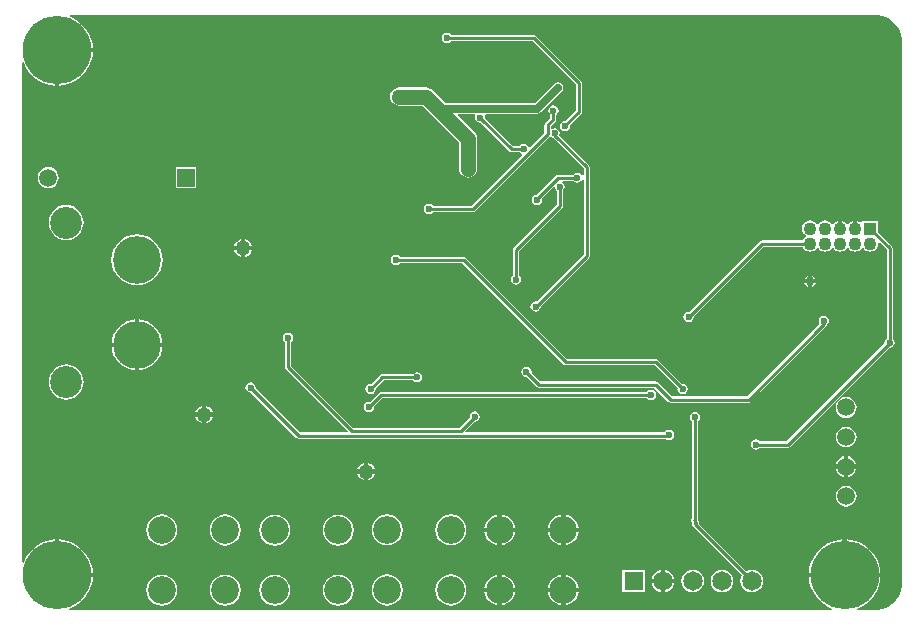
<source format=gbl>
G04*
G04 #@! TF.GenerationSoftware,Altium Limited,Altium Designer,20.1.11 (218)*
G04*
G04 Layer_Physical_Order=2*
G04 Layer_Color=16711680*
%FSLAX25Y25*%
%MOIN*%
G70*
G04*
G04 #@! TF.SameCoordinates,E6626CB0-0D60-4EC0-B616-354E29CAD756*
G04*
G04*
G04 #@! TF.FilePolarity,Positive*
G04*
G01*
G75*
%ADD78C,0.01000*%
%ADD79C,0.05000*%
%ADD81C,0.02500*%
%ADD95C,0.09272*%
%ADD96C,0.22835*%
%ADD97C,0.05906*%
%ADD98C,0.04331*%
%ADD99R,0.04331X0.04331*%
%ADD100R,0.06496X0.06496*%
%ADD101C,0.06496*%
%ADD102C,0.10630*%
%ADD103C,0.15945*%
%ADD104R,0.05906X0.05906*%
%ADD105C,0.02362*%
%ADD106C,0.03000*%
%ADD107C,0.05000*%
G36*
X287683Y198844D02*
X289356Y198151D01*
X290863Y197144D01*
X292144Y195863D01*
X293150Y194357D01*
X293844Y192683D01*
X294197Y190906D01*
Y190000D01*
Y10000D01*
Y9094D01*
X293844Y7317D01*
X293150Y5644D01*
X292144Y4137D01*
X290863Y2856D01*
X289356Y1850D01*
X287683Y1156D01*
X285906Y803D01*
X279208D01*
X279109Y1303D01*
X280427Y1849D01*
X282027Y2829D01*
X283453Y4047D01*
X284671Y5474D01*
X285651Y7073D01*
X286369Y8806D01*
X286807Y10630D01*
X286895Y11750D01*
X263105D01*
X263193Y10630D01*
X263631Y8806D01*
X264349Y7073D01*
X265329Y5474D01*
X266547Y4047D01*
X267973Y2829D01*
X269573Y1849D01*
X270891Y1303D01*
X270792Y803D01*
X16708D01*
X16609Y1303D01*
X17927Y1849D01*
X19526Y2829D01*
X20953Y4047D01*
X22171Y5474D01*
X23151Y7073D01*
X23869Y8806D01*
X24307Y10630D01*
X24395Y11750D01*
X12500D01*
Y12500D01*
X11750D01*
Y24395D01*
X10630Y24307D01*
X8806Y23869D01*
X7073Y23151D01*
X5474Y22171D01*
X4047Y20953D01*
X2829Y19526D01*
X1849Y17927D01*
X1303Y16609D01*
X803Y16708D01*
Y183292D01*
X1303Y183391D01*
X1849Y182073D01*
X2829Y180473D01*
X4047Y179047D01*
X5474Y177829D01*
X7073Y176849D01*
X8806Y176131D01*
X10630Y175693D01*
X11750Y175605D01*
Y187500D01*
X12500D01*
Y188250D01*
X24395D01*
X24307Y189370D01*
X23869Y191194D01*
X23151Y192927D01*
X22171Y194527D01*
X20953Y195953D01*
X19526Y197171D01*
X17927Y198151D01*
X16609Y198697D01*
X16708Y199197D01*
X285906D01*
X287683Y198844D01*
D02*
G37*
%LPC*%
G36*
X24395Y186750D02*
X13250D01*
Y175605D01*
X14370Y175693D01*
X16194Y176131D01*
X17927Y176849D01*
X19526Y177829D01*
X20953Y179047D01*
X22171Y180473D01*
X23151Y182073D01*
X23869Y183806D01*
X24307Y185630D01*
X24395Y186750D01*
D02*
G37*
G36*
X179500Y176784D02*
X178817Y176648D01*
X178238Y176262D01*
X171761Y169784D01*
X141995D01*
X141640Y170140D01*
X141640Y170140D01*
X137640Y174140D01*
X137013Y174620D01*
X136283Y174923D01*
X135500Y175026D01*
X126500D01*
X125717Y174923D01*
X124987Y174620D01*
X124360Y174140D01*
X123880Y173513D01*
X123577Y172783D01*
X123474Y172000D01*
X123577Y171217D01*
X123880Y170487D01*
X124360Y169860D01*
X124987Y169379D01*
X125717Y169077D01*
X126500Y168974D01*
X134247D01*
X137360Y165860D01*
X137360Y165860D01*
X146474Y156747D01*
Y148000D01*
X146577Y147217D01*
X146879Y146487D01*
X147360Y145860D01*
X147987Y145379D01*
X148717Y145077D01*
X149500Y144974D01*
X150283Y145077D01*
X151013Y145379D01*
X151640Y145860D01*
X152120Y146487D01*
X152423Y147217D01*
X152526Y148000D01*
Y158000D01*
X152526Y158000D01*
X152423Y158783D01*
X152120Y159513D01*
X151640Y160140D01*
X151640Y160140D01*
X146026Y165754D01*
X146217Y166216D01*
X151689D01*
X151956Y165716D01*
X151916Y165656D01*
X151786Y165000D01*
X151916Y164344D01*
X152288Y163788D01*
X152844Y163416D01*
X153500Y163286D01*
X153727Y163331D01*
X163279Y153779D01*
X163610Y153558D01*
X164000Y153480D01*
X166659D01*
X166788Y153288D01*
X167344Y152916D01*
X167420Y152901D01*
X167565Y152423D01*
X150662Y135520D01*
X137841D01*
X137712Y135712D01*
X137156Y136084D01*
X136500Y136214D01*
X135844Y136084D01*
X135288Y135712D01*
X134916Y135156D01*
X134786Y134500D01*
X134916Y133844D01*
X135288Y133288D01*
X135844Y132916D01*
X136500Y132786D01*
X137156Y132916D01*
X137712Y133288D01*
X137841Y133480D01*
X151084D01*
X151475Y133558D01*
X151805Y133779D01*
X176544Y158517D01*
X177101Y158526D01*
X177176Y158486D01*
X177714Y158126D01*
X177986Y158072D01*
X187980Y148078D01*
Y145775D01*
X187864Y145732D01*
X187480Y145692D01*
X187165Y146165D01*
X186609Y146536D01*
X185953Y146667D01*
X185297Y146536D01*
X184741Y146165D01*
X184612Y145972D01*
X179453D01*
X179063Y145895D01*
X178732Y145674D01*
X172215Y139157D01*
X171844Y139084D01*
X171288Y138712D01*
X170916Y138156D01*
X170786Y137500D01*
X170916Y136844D01*
X171288Y136288D01*
X171844Y135916D01*
X172500Y135786D01*
X173156Y135916D01*
X173712Y136288D01*
X174084Y136844D01*
X174214Y137500D01*
X174086Y138144D01*
X177804Y141862D01*
X178346Y141697D01*
X178416Y141344D01*
X178788Y140788D01*
X178980Y140659D01*
Y135922D01*
X164779Y121721D01*
X164558Y121390D01*
X164480Y121000D01*
Y112341D01*
X164288Y112212D01*
X163916Y111656D01*
X163786Y111000D01*
X163916Y110344D01*
X164288Y109788D01*
X164844Y109416D01*
X165500Y109286D01*
X166156Y109416D01*
X166712Y109788D01*
X167084Y110344D01*
X167214Y111000D01*
X167084Y111656D01*
X166712Y112212D01*
X166520Y112341D01*
Y120578D01*
X180768Y134826D01*
X180989Y135157D01*
X181067Y135547D01*
X181020Y135785D01*
Y140659D01*
X181212Y140788D01*
X181584Y141344D01*
X181714Y142000D01*
X181584Y142656D01*
X181212Y143212D01*
X180881Y143433D01*
X181033Y143933D01*
X184612D01*
X184741Y143741D01*
X185297Y143369D01*
X185953Y143239D01*
X186609Y143369D01*
X187165Y143741D01*
X187480Y144213D01*
X187864Y144174D01*
X187980Y144130D01*
Y119422D01*
X172227Y103669D01*
X172000Y103714D01*
X171344Y103584D01*
X170788Y103212D01*
X170416Y102656D01*
X170286Y102000D01*
X170416Y101344D01*
X170788Y100788D01*
X171344Y100416D01*
X172000Y100286D01*
X172656Y100416D01*
X173212Y100788D01*
X173584Y101344D01*
X173714Y102000D01*
X173669Y102227D01*
X189721Y118279D01*
X189942Y118610D01*
X190020Y119000D01*
Y148500D01*
X189942Y148890D01*
X189721Y149221D01*
X179927Y159014D01*
X179954Y159054D01*
X180084Y159710D01*
X179954Y160366D01*
X179582Y160922D01*
X179026Y161293D01*
X178370Y161424D01*
X177714Y161293D01*
X177499Y161150D01*
X176999Y161417D01*
Y162057D01*
X178648Y163706D01*
X178869Y164037D01*
X178947Y164427D01*
Y165998D01*
X179139Y166127D01*
X179511Y166683D01*
X179641Y167339D01*
X179511Y167994D01*
X179139Y168551D01*
X178583Y168922D01*
X177927Y169053D01*
X177271Y168922D01*
X176715Y168551D01*
X176344Y167994D01*
X176213Y167339D01*
X176344Y166683D01*
X176715Y166127D01*
X176908Y165998D01*
Y164849D01*
X175258Y163200D01*
X175037Y162869D01*
X174960Y162479D01*
Y159817D01*
X170077Y154935D01*
X169599Y155080D01*
X169584Y155156D01*
X169212Y155712D01*
X168656Y156084D01*
X168000Y156214D01*
X167344Y156084D01*
X166788Y155712D01*
X166659Y155520D01*
X164422D01*
X155169Y164773D01*
X155214Y165000D01*
X155084Y165656D01*
X155044Y165716D01*
X155311Y166216D01*
X172500D01*
X173183Y166351D01*
X173762Y166738D01*
X180762Y173738D01*
X181149Y174317D01*
X181284Y175000D01*
X181149Y175683D01*
X180762Y176262D01*
X180183Y176648D01*
X179500Y176784D01*
D02*
G37*
G36*
X142500Y193214D02*
X141844Y193084D01*
X141288Y192712D01*
X140916Y192156D01*
X140786Y191500D01*
X140916Y190844D01*
X141288Y190288D01*
X141844Y189916D01*
X142500Y189786D01*
X143156Y189916D01*
X143712Y190288D01*
X143841Y190480D01*
X171078D01*
X185480Y176078D01*
Y167422D01*
X181966Y163908D01*
X181845Y163932D01*
X181190Y163801D01*
X180633Y163430D01*
X180262Y162873D01*
X180131Y162218D01*
X180262Y161562D01*
X180633Y161006D01*
X181190Y160634D01*
X181845Y160503D01*
X182501Y160634D01*
X183057Y161006D01*
X183429Y161562D01*
X183559Y162218D01*
X183493Y162551D01*
X187221Y166279D01*
X187442Y166610D01*
X187520Y167000D01*
Y176500D01*
X187442Y176890D01*
X187221Y177221D01*
X172221Y192221D01*
X171890Y192442D01*
X171500Y192520D01*
X143841D01*
X143712Y192712D01*
X143156Y193084D01*
X142500Y193214D01*
D02*
G37*
G36*
X58886Y148453D02*
X51980D01*
Y141547D01*
X58886D01*
Y148453D01*
D02*
G37*
G36*
X9567Y148483D02*
X8666Y148364D01*
X7826Y148016D01*
X7104Y147462D01*
X6551Y146741D01*
X6203Y145901D01*
X6084Y145000D01*
X6203Y144099D01*
X6551Y143259D01*
X7104Y142537D01*
X7826Y141984D01*
X8666Y141636D01*
X9567Y141517D01*
X10468Y141636D01*
X11308Y141984D01*
X12030Y142537D01*
X12583Y143259D01*
X12931Y144099D01*
X13049Y145000D01*
X12931Y145901D01*
X12583Y146741D01*
X12030Y147462D01*
X11308Y148016D01*
X10468Y148364D01*
X9567Y148483D01*
D02*
G37*
G36*
X268500Y130688D02*
X267804Y130597D01*
X267156Y130328D01*
X266599Y129901D01*
X266300Y129511D01*
X266195Y129474D01*
X265805D01*
X265700Y129511D01*
X265401Y129901D01*
X264844Y130328D01*
X264196Y130597D01*
X263500Y130688D01*
X262804Y130597D01*
X262156Y130328D01*
X261599Y129901D01*
X261172Y129344D01*
X260903Y128696D01*
X260812Y128000D01*
X260903Y127304D01*
X261172Y126656D01*
X261599Y126099D01*
X261989Y125800D01*
X262026Y125695D01*
Y125305D01*
X261989Y125200D01*
X261599Y124901D01*
X261172Y124344D01*
X261037Y124020D01*
X247500D01*
X247110Y123942D01*
X246779Y123721D01*
X223227Y100169D01*
X223000Y100214D01*
X222344Y100084D01*
X221788Y99712D01*
X221416Y99156D01*
X221286Y98500D01*
X221416Y97844D01*
X221788Y97288D01*
X222344Y96916D01*
X223000Y96786D01*
X223656Y96916D01*
X224212Y97288D01*
X224584Y97844D01*
X224714Y98500D01*
X224669Y98727D01*
X247922Y121980D01*
X261037D01*
X261172Y121656D01*
X261599Y121099D01*
X262156Y120672D01*
X262804Y120403D01*
X263500Y120312D01*
X264196Y120403D01*
X264844Y120672D01*
X265401Y121099D01*
X265700Y121489D01*
X265805Y121526D01*
X266195D01*
X266300Y121489D01*
X266599Y121099D01*
X267156Y120672D01*
X267804Y120403D01*
X268500Y120312D01*
X269196Y120403D01*
X269844Y120672D01*
X270401Y121099D01*
X270700Y121489D01*
X270805Y121526D01*
X271195D01*
X271300Y121489D01*
X271599Y121099D01*
X272156Y120672D01*
X272804Y120403D01*
X273500Y120312D01*
X274196Y120403D01*
X274844Y120672D01*
X275401Y121099D01*
X275700Y121489D01*
X275805Y121526D01*
X276195D01*
X276300Y121489D01*
X276599Y121099D01*
X277156Y120672D01*
X277804Y120403D01*
X278500Y120312D01*
X279196Y120403D01*
X279844Y120672D01*
X280401Y121099D01*
X280700Y121489D01*
X280805Y121526D01*
X281195D01*
X281300Y121489D01*
X281599Y121099D01*
X282156Y120672D01*
X282804Y120403D01*
X283500Y120312D01*
X284196Y120403D01*
X284844Y120672D01*
X285401Y121099D01*
X285828Y121656D01*
X286097Y122304D01*
X286188Y123000D01*
X286164Y123187D01*
X286637Y123421D01*
X288980Y121078D01*
Y91341D01*
X288788Y91212D01*
X288416Y90656D01*
X288286Y90000D01*
X288331Y89773D01*
X255578Y57020D01*
X246841D01*
X246712Y57212D01*
X246156Y57584D01*
X245500Y57714D01*
X244844Y57584D01*
X244288Y57212D01*
X243916Y56656D01*
X243786Y56000D01*
X243916Y55344D01*
X244288Y54788D01*
X244844Y54416D01*
X245500Y54286D01*
X246156Y54416D01*
X246712Y54788D01*
X246841Y54980D01*
X256000D01*
X256390Y55058D01*
X256721Y55279D01*
X289773Y88331D01*
X290000Y88286D01*
X290656Y88416D01*
X291212Y88788D01*
X291584Y89344D01*
X291714Y90000D01*
X291584Y90656D01*
X291212Y91212D01*
X291020Y91341D01*
Y121500D01*
X290942Y121890D01*
X290721Y122221D01*
X286165Y126777D01*
Y130665D01*
X280835D01*
Y130157D01*
X280594Y130015D01*
X280335Y129952D01*
X279844Y130328D01*
X279250Y130574D01*
Y128000D01*
X277750D01*
Y130574D01*
X277156Y130328D01*
X276599Y129901D01*
X276300Y129511D01*
X276195Y129474D01*
X275805D01*
X275700Y129511D01*
X275401Y129901D01*
X274844Y130328D01*
X274250Y130574D01*
Y128000D01*
X272750D01*
Y130574D01*
X272156Y130328D01*
X271599Y129901D01*
X271300Y129511D01*
X271195Y129474D01*
X270805D01*
X270700Y129511D01*
X270401Y129901D01*
X269844Y130328D01*
X269196Y130597D01*
X268500Y130688D01*
D02*
G37*
G36*
X15500Y135843D02*
X14360Y135731D01*
X13264Y135398D01*
X12254Y134858D01*
X11368Y134132D01*
X10642Y133246D01*
X10102Y132236D01*
X9769Y131140D01*
X9657Y130000D01*
X9769Y128860D01*
X10102Y127764D01*
X10642Y126754D01*
X11368Y125868D01*
X12254Y125142D01*
X13264Y124602D01*
X14360Y124269D01*
X15500Y124157D01*
X16640Y124269D01*
X17736Y124602D01*
X18746Y125142D01*
X19632Y125868D01*
X20358Y126754D01*
X20898Y127764D01*
X21231Y128860D01*
X21343Y130000D01*
X21231Y131140D01*
X20898Y132236D01*
X20358Y133246D01*
X19632Y134132D01*
X18746Y134858D01*
X17736Y135398D01*
X16640Y135731D01*
X15500Y135843D01*
D02*
G37*
G36*
X75250Y124427D02*
Y122250D01*
X77427D01*
X77423Y122283D01*
X77121Y123013D01*
X76640Y123640D01*
X76013Y124120D01*
X75283Y124423D01*
X75250Y124427D01*
D02*
G37*
G36*
X73750D02*
X73717Y124423D01*
X72987Y124120D01*
X72360Y123640D01*
X71880Y123013D01*
X71577Y122283D01*
X71573Y122250D01*
X73750D01*
Y124427D01*
D02*
G37*
G36*
X77427Y120750D02*
X75250D01*
Y118573D01*
X75283Y118577D01*
X76013Y118879D01*
X76640Y119360D01*
X77121Y119987D01*
X77423Y120717D01*
X77427Y120750D01*
D02*
G37*
G36*
X73750D02*
X71573D01*
X71577Y120717D01*
X71880Y119987D01*
X72360Y119360D01*
X72987Y118879D01*
X73717Y118577D01*
X73750Y118573D01*
Y120750D01*
D02*
G37*
G36*
X264250Y112390D02*
Y111250D01*
X265390D01*
X265384Y111280D01*
X264942Y111942D01*
X264280Y112384D01*
X264250Y112390D01*
D02*
G37*
G36*
X262750D02*
X262720Y112384D01*
X262058Y111942D01*
X261616Y111280D01*
X261610Y111250D01*
X262750D01*
Y112390D01*
D02*
G37*
G36*
X39122Y126112D02*
X37461Y125948D01*
X35864Y125464D01*
X34392Y124677D01*
X33102Y123618D01*
X32043Y122328D01*
X31257Y120856D01*
X30772Y119259D01*
X30609Y117598D01*
X30772Y115937D01*
X31257Y114340D01*
X32043Y112869D01*
X33102Y111579D01*
X34392Y110520D01*
X35864Y109733D01*
X37461Y109249D01*
X39122Y109085D01*
X40783Y109249D01*
X42380Y109733D01*
X43852Y110520D01*
X45142Y111579D01*
X46201Y112869D01*
X46987Y114340D01*
X47472Y115937D01*
X47635Y117598D01*
X47472Y119259D01*
X46987Y120856D01*
X46201Y122328D01*
X45142Y123618D01*
X43852Y124677D01*
X42380Y125464D01*
X40783Y125948D01*
X39122Y126112D01*
D02*
G37*
G36*
X265390Y109750D02*
X264250D01*
Y108610D01*
X264280Y108616D01*
X264942Y109058D01*
X265384Y109720D01*
X265390Y109750D01*
D02*
G37*
G36*
X262750D02*
X261610D01*
X261616Y109720D01*
X262058Y109058D01*
X262720Y108616D01*
X262750Y108610D01*
Y109750D01*
D02*
G37*
G36*
X39872Y97692D02*
Y90002D01*
X47562D01*
X47472Y90913D01*
X46987Y92510D01*
X46201Y93982D01*
X45142Y95272D01*
X43852Y96331D01*
X42380Y97117D01*
X40783Y97602D01*
X39872Y97692D01*
D02*
G37*
G36*
X38372D02*
X37461Y97602D01*
X35864Y97117D01*
X34392Y96331D01*
X33102Y95272D01*
X32043Y93982D01*
X31257Y92510D01*
X30772Y90913D01*
X30683Y90002D01*
X38372D01*
Y97692D01*
D02*
G37*
G36*
Y88502D02*
X30683D01*
X30772Y87591D01*
X31257Y85994D01*
X32043Y84522D01*
X33102Y83232D01*
X34392Y82173D01*
X35864Y81387D01*
X37461Y80902D01*
X38372Y80812D01*
Y88502D01*
D02*
G37*
G36*
X47562D02*
X39872D01*
Y80812D01*
X40783Y80902D01*
X42380Y81387D01*
X43852Y82173D01*
X45142Y83232D01*
X46201Y84522D01*
X46987Y85994D01*
X47472Y87591D01*
X47562Y88502D01*
D02*
G37*
G36*
X132579Y80135D02*
X131923Y80005D01*
X131367Y79633D01*
X131238Y79441D01*
X120921D01*
X120531Y79363D01*
X120200Y79142D01*
X117227Y76169D01*
X117000Y76214D01*
X116344Y76084D01*
X115788Y75712D01*
X115416Y75156D01*
X115286Y74500D01*
X115416Y73844D01*
X115788Y73288D01*
X116344Y72916D01*
X117000Y72786D01*
X117656Y72916D01*
X118212Y73288D01*
X118584Y73844D01*
X118714Y74500D01*
X118669Y74727D01*
X121344Y77402D01*
X131238D01*
X131367Y77209D01*
X131923Y76838D01*
X132579Y76707D01*
X133235Y76838D01*
X133791Y77209D01*
X134162Y77765D01*
X134293Y78421D01*
X134162Y79077D01*
X133791Y79633D01*
X133235Y80005D01*
X132579Y80135D01*
D02*
G37*
G36*
X125500Y119214D02*
X124844Y119084D01*
X124288Y118712D01*
X123916Y118156D01*
X123786Y117500D01*
X123916Y116844D01*
X124288Y116288D01*
X124844Y115916D01*
X125500Y115786D01*
X126156Y115916D01*
X126712Y116288D01*
X126841Y116480D01*
X147578D01*
X181279Y82779D01*
X181610Y82558D01*
X182000Y82480D01*
X211578D01*
X219331Y74727D01*
X219286Y74500D01*
X219416Y73844D01*
X219788Y73288D01*
X220344Y72916D01*
X221000Y72786D01*
X221656Y72916D01*
X222212Y73288D01*
X222584Y73844D01*
X222714Y74500D01*
X222584Y75156D01*
X222212Y75712D01*
X221656Y76084D01*
X221000Y76214D01*
X220773Y76169D01*
X212721Y84221D01*
X212390Y84442D01*
X212000Y84520D01*
X182422D01*
X148721Y118221D01*
X148390Y118442D01*
X148000Y118520D01*
X126841D01*
X126712Y118712D01*
X126156Y119084D01*
X125500Y119214D01*
D02*
G37*
G36*
X268062Y98979D02*
X267407Y98849D01*
X266850Y98477D01*
X266479Y97921D01*
X266349Y97265D01*
X266479Y96609D01*
X266755Y96197D01*
X242578Y72020D01*
X217422D01*
X212721Y76721D01*
X212390Y76942D01*
X212000Y77020D01*
X173582D01*
X170596Y80005D01*
X170641Y80232D01*
X170511Y80888D01*
X170139Y81444D01*
X169583Y81816D01*
X168927Y81946D01*
X168271Y81816D01*
X167715Y81444D01*
X167344Y80888D01*
X167213Y80232D01*
X167344Y79576D01*
X167715Y79020D01*
X168271Y78649D01*
X168927Y78518D01*
X169154Y78563D01*
X172439Y75279D01*
X172769Y75058D01*
X173160Y74980D01*
X211578D01*
X216279Y70279D01*
X216610Y70058D01*
X217000Y69980D01*
X243000D01*
X243390Y70058D01*
X243721Y70279D01*
X268783Y95341D01*
X269005Y95672D01*
X269051Y95904D01*
X269274Y96053D01*
X269646Y96609D01*
X269777Y97265D01*
X269646Y97921D01*
X269274Y98477D01*
X268718Y98849D01*
X268062Y98979D01*
D02*
G37*
G36*
X15500Y82693D02*
X14360Y82581D01*
X13264Y82249D01*
X12254Y81709D01*
X11368Y80982D01*
X10642Y80097D01*
X10102Y79087D01*
X9769Y77990D01*
X9657Y76850D01*
X9769Y75710D01*
X10102Y74614D01*
X10642Y73604D01*
X11368Y72719D01*
X12254Y71992D01*
X13264Y71452D01*
X14360Y71120D01*
X15500Y71007D01*
X16640Y71120D01*
X17736Y71452D01*
X18746Y71992D01*
X19632Y72719D01*
X20358Y73604D01*
X20898Y74614D01*
X21231Y75710D01*
X21343Y76850D01*
X21231Y77990D01*
X20898Y79087D01*
X20358Y80097D01*
X19632Y80982D01*
X18746Y81709D01*
X17736Y82249D01*
X16640Y82581D01*
X15500Y82693D01*
D02*
G37*
G36*
X210500Y74214D02*
X209844Y74084D01*
X209288Y73712D01*
X209159Y73520D01*
X120500D01*
X120110Y73442D01*
X119779Y73221D01*
X116727Y70169D01*
X116500Y70214D01*
X115844Y70084D01*
X115288Y69712D01*
X114916Y69156D01*
X114786Y68500D01*
X114916Y67844D01*
X115288Y67288D01*
X115844Y66916D01*
X116500Y66786D01*
X117156Y66916D01*
X117712Y67288D01*
X118084Y67844D01*
X118214Y68500D01*
X118169Y68727D01*
X120922Y71480D01*
X209159D01*
X209288Y71288D01*
X209844Y70916D01*
X210500Y70786D01*
X211156Y70916D01*
X211712Y71288D01*
X212084Y71844D01*
X212214Y72500D01*
X212084Y73156D01*
X211712Y73712D01*
X211156Y74084D01*
X210500Y74214D01*
D02*
G37*
G36*
X62250Y68927D02*
Y66750D01*
X64427D01*
X64423Y66783D01*
X64121Y67513D01*
X63640Y68140D01*
X63013Y68621D01*
X62283Y68923D01*
X62250Y68927D01*
D02*
G37*
G36*
X60750D02*
X60717Y68923D01*
X59987Y68621D01*
X59360Y68140D01*
X58880Y67513D01*
X58577Y66783D01*
X58573Y66750D01*
X60750D01*
Y68927D01*
D02*
G37*
G36*
X275500Y71825D02*
X274599Y71706D01*
X273759Y71359D01*
X273038Y70805D01*
X272484Y70084D01*
X272136Y69244D01*
X272018Y68343D01*
X272136Y67441D01*
X272484Y66601D01*
X273038Y65880D01*
X273759Y65326D01*
X274599Y64979D01*
X275500Y64860D01*
X276401Y64979D01*
X277241Y65326D01*
X277962Y65880D01*
X278516Y66601D01*
X278864Y67441D01*
X278982Y68343D01*
X278864Y69244D01*
X278516Y70084D01*
X277962Y70805D01*
X277241Y71359D01*
X276401Y71706D01*
X275500Y71825D01*
D02*
G37*
G36*
X64427Y65250D02*
X62250D01*
Y63073D01*
X62283Y63077D01*
X63013Y63380D01*
X63640Y63860D01*
X64121Y64487D01*
X64423Y65217D01*
X64427Y65250D01*
D02*
G37*
G36*
X60750D02*
X58573D01*
X58577Y65217D01*
X58880Y64487D01*
X59360Y63860D01*
X59987Y63380D01*
X60717Y63077D01*
X60750Y63073D01*
Y65250D01*
D02*
G37*
G36*
X89500Y93214D02*
X88844Y93084D01*
X88288Y92712D01*
X87916Y92156D01*
X87786Y91500D01*
X87916Y90844D01*
X88288Y90288D01*
X88480Y90159D01*
Y81833D01*
X88558Y81443D01*
X88779Y81112D01*
X109410Y60482D01*
X109219Y60020D01*
X93422D01*
X78669Y74773D01*
X78714Y75000D01*
X78584Y75656D01*
X78212Y76212D01*
X77656Y76584D01*
X77000Y76714D01*
X76344Y76584D01*
X75788Y76212D01*
X75416Y75656D01*
X75286Y75000D01*
X75416Y74344D01*
X75788Y73788D01*
X76344Y73416D01*
X77000Y73286D01*
X77227Y73331D01*
X92279Y58279D01*
X92610Y58058D01*
X93000Y57980D01*
X215300D01*
X215841Y57620D01*
X216496Y57489D01*
X217152Y57620D01*
X217708Y57991D01*
X218080Y58547D01*
X218211Y59203D01*
X218080Y59859D01*
X217708Y60415D01*
X217152Y60787D01*
X216496Y60917D01*
X215841Y60787D01*
X215284Y60415D01*
X215020Y60020D01*
X148515D01*
X148324Y60482D01*
X151473Y63631D01*
X151700Y63586D01*
X152356Y63716D01*
X152912Y64088D01*
X153284Y64644D01*
X153414Y65300D01*
X153284Y65956D01*
X152912Y66512D01*
X152356Y66884D01*
X151700Y67014D01*
X151044Y66884D01*
X150488Y66512D01*
X150116Y65956D01*
X149986Y65300D01*
X150031Y65073D01*
X146552Y61593D01*
X111182D01*
X90520Y82256D01*
Y90159D01*
X90712Y90288D01*
X91084Y90844D01*
X91214Y91500D01*
X91084Y92156D01*
X90712Y92712D01*
X90156Y93084D01*
X89500Y93214D01*
D02*
G37*
G36*
X275500Y61983D02*
X274599Y61864D01*
X273759Y61516D01*
X273038Y60962D01*
X272484Y60241D01*
X272136Y59401D01*
X272018Y58500D01*
X272136Y57599D01*
X272484Y56759D01*
X273038Y56037D01*
X273759Y55484D01*
X274599Y55136D01*
X275500Y55018D01*
X276401Y55136D01*
X277241Y55484D01*
X277962Y56037D01*
X278516Y56759D01*
X278864Y57599D01*
X278982Y58500D01*
X278864Y59401D01*
X278516Y60241D01*
X277962Y60962D01*
X277241Y61516D01*
X276401Y61864D01*
X275500Y61983D01*
D02*
G37*
G36*
X276250Y52041D02*
Y49408D01*
X278884D01*
X278864Y49559D01*
X278516Y50399D01*
X277962Y51120D01*
X277241Y51674D01*
X276401Y52021D01*
X276250Y52041D01*
D02*
G37*
G36*
X274750D02*
X274599Y52021D01*
X273759Y51674D01*
X273038Y51120D01*
X272484Y50399D01*
X272136Y49559D01*
X272116Y49408D01*
X274750D01*
Y52041D01*
D02*
G37*
G36*
X116250Y49927D02*
Y47750D01*
X118427D01*
X118423Y47783D01*
X118121Y48513D01*
X117640Y49140D01*
X117013Y49621D01*
X116283Y49923D01*
X116250Y49927D01*
D02*
G37*
G36*
X114750D02*
X114717Y49923D01*
X113987Y49621D01*
X113360Y49140D01*
X112880Y48513D01*
X112577Y47783D01*
X112573Y47750D01*
X114750D01*
Y49927D01*
D02*
G37*
G36*
X278884Y47908D02*
X276250D01*
Y45274D01*
X276401Y45294D01*
X277241Y45641D01*
X277962Y46195D01*
X278516Y46916D01*
X278864Y47756D01*
X278884Y47908D01*
D02*
G37*
G36*
X274750D02*
X272116D01*
X272136Y47756D01*
X272484Y46916D01*
X273038Y46195D01*
X273759Y45641D01*
X274599Y45294D01*
X274750Y45274D01*
Y47908D01*
D02*
G37*
G36*
X118427Y46250D02*
X116250D01*
Y44073D01*
X116283Y44077D01*
X117013Y44379D01*
X117640Y44860D01*
X118121Y45487D01*
X118423Y46217D01*
X118427Y46250D01*
D02*
G37*
G36*
X114750D02*
X112573D01*
X112577Y46217D01*
X112880Y45487D01*
X113360Y44860D01*
X113987Y44379D01*
X114717Y44077D01*
X114750Y44073D01*
Y46250D01*
D02*
G37*
G36*
X275500Y42298D02*
X274599Y42179D01*
X273759Y41831D01*
X273038Y41278D01*
X272484Y40556D01*
X272136Y39716D01*
X272018Y38815D01*
X272136Y37914D01*
X272484Y37074D01*
X273038Y36352D01*
X273759Y35799D01*
X274599Y35451D01*
X275500Y35332D01*
X276401Y35451D01*
X277241Y35799D01*
X277962Y36352D01*
X278516Y37074D01*
X278864Y37914D01*
X278982Y38815D01*
X278864Y39716D01*
X278516Y40556D01*
X277962Y41278D01*
X277241Y41831D01*
X276401Y42179D01*
X275500Y42298D01*
D02*
G37*
G36*
X182010Y32660D02*
Y28329D01*
X186341D01*
X186264Y28920D01*
X185746Y30169D01*
X184923Y31242D01*
X183850Y32065D01*
X182601Y32582D01*
X182010Y32660D01*
D02*
G37*
G36*
X180510D02*
X179919Y32582D01*
X178670Y32065D01*
X177597Y31242D01*
X176774Y30169D01*
X176256Y28920D01*
X176178Y28329D01*
X180510D01*
Y32660D01*
D02*
G37*
G36*
X160750D02*
Y28329D01*
X165081D01*
X165004Y28920D01*
X164486Y30169D01*
X163663Y31242D01*
X162590Y32065D01*
X161341Y32582D01*
X160750Y32660D01*
D02*
G37*
G36*
X159250D02*
X158659Y32582D01*
X157410Y32065D01*
X156337Y31242D01*
X155514Y30169D01*
X154996Y28920D01*
X154919Y28329D01*
X159250D01*
Y32660D01*
D02*
G37*
G36*
X186341Y26829D02*
X182010D01*
Y22497D01*
X182601Y22575D01*
X183850Y23093D01*
X184923Y23916D01*
X185746Y24989D01*
X186264Y26238D01*
X186341Y26829D01*
D02*
G37*
G36*
X180510D02*
X176178D01*
X176256Y26238D01*
X176774Y24989D01*
X177597Y23916D01*
X178670Y23093D01*
X179919Y22575D01*
X180510Y22497D01*
Y26829D01*
D02*
G37*
G36*
X165081D02*
X160750D01*
Y22497D01*
X161341Y22575D01*
X162590Y23093D01*
X163663Y23916D01*
X164486Y24989D01*
X165004Y26238D01*
X165081Y26829D01*
D02*
G37*
G36*
X159250D02*
X154919D01*
X154996Y26238D01*
X155514Y24989D01*
X156337Y23916D01*
X157410Y23093D01*
X158659Y22575D01*
X159250Y22497D01*
Y26829D01*
D02*
G37*
G36*
X143760Y32759D02*
X142419Y32582D01*
X141170Y32065D01*
X140097Y31242D01*
X139274Y30169D01*
X138756Y28920D01*
X138580Y27579D01*
X138756Y26238D01*
X139274Y24989D01*
X140097Y23916D01*
X141170Y23093D01*
X142419Y22575D01*
X143760Y22399D01*
X145101Y22575D01*
X146350Y23093D01*
X147423Y23916D01*
X148246Y24989D01*
X148764Y26238D01*
X148940Y27579D01*
X148764Y28920D01*
X148246Y30169D01*
X147423Y31242D01*
X146350Y32065D01*
X145101Y32582D01*
X143760Y32759D01*
D02*
G37*
G36*
X122500D02*
X121159Y32582D01*
X119910Y32065D01*
X118837Y31242D01*
X118014Y30169D01*
X117496Y28920D01*
X117320Y27579D01*
X117496Y26238D01*
X118014Y24989D01*
X118837Y23916D01*
X119910Y23093D01*
X121159Y22575D01*
X122500Y22399D01*
X123841Y22575D01*
X125090Y23093D01*
X126163Y23916D01*
X126986Y24989D01*
X127504Y26238D01*
X127680Y27579D01*
X127504Y28920D01*
X126986Y30169D01*
X126163Y31242D01*
X125090Y32065D01*
X123841Y32582D01*
X122500Y32759D01*
D02*
G37*
G36*
X68610Y32680D02*
X67269Y32504D01*
X66020Y31986D01*
X64947Y31163D01*
X64124Y30090D01*
X63606Y28841D01*
X63430Y27500D01*
X63606Y26159D01*
X64124Y24910D01*
X64947Y23837D01*
X66020Y23014D01*
X67269Y22496D01*
X68610Y22320D01*
X69951Y22496D01*
X71200Y23014D01*
X72273Y23837D01*
X73096Y24910D01*
X73614Y26159D01*
X73790Y27500D01*
X73614Y28841D01*
X73096Y30090D01*
X72273Y31163D01*
X71200Y31986D01*
X69951Y32504D01*
X68610Y32680D01*
D02*
G37*
G36*
X47350D02*
X46009Y32504D01*
X44760Y31986D01*
X43687Y31163D01*
X42864Y30090D01*
X42346Y28841D01*
X42170Y27500D01*
X42346Y26159D01*
X42864Y24910D01*
X43687Y23837D01*
X44760Y23014D01*
X46009Y22496D01*
X47350Y22320D01*
X48691Y22496D01*
X49940Y23014D01*
X51013Y23837D01*
X51836Y24910D01*
X52354Y26159D01*
X52530Y27500D01*
X52354Y28841D01*
X51836Y30090D01*
X51013Y31163D01*
X49940Y31986D01*
X48691Y32504D01*
X47350Y32680D01*
D02*
G37*
G36*
X106260Y32664D02*
X104919Y32488D01*
X103670Y31970D01*
X102597Y31147D01*
X101774Y30074D01*
X101256Y28825D01*
X101080Y27484D01*
X101256Y26144D01*
X101774Y24894D01*
X102597Y23821D01*
X103670Y22998D01*
X104919Y22481D01*
X106260Y22304D01*
X107601Y22481D01*
X108850Y22998D01*
X109923Y23821D01*
X110746Y24894D01*
X111264Y26144D01*
X111440Y27484D01*
X111264Y28825D01*
X110746Y30074D01*
X109923Y31147D01*
X108850Y31970D01*
X107601Y32488D01*
X106260Y32664D01*
D02*
G37*
G36*
X85000D02*
X83659Y32488D01*
X82410Y31970D01*
X81337Y31147D01*
X80514Y30074D01*
X79996Y28825D01*
X79820Y27484D01*
X79996Y26144D01*
X80514Y24894D01*
X81337Y23821D01*
X82410Y22998D01*
X83659Y22481D01*
X85000Y22304D01*
X86341Y22481D01*
X87590Y22998D01*
X88663Y23821D01*
X89486Y24894D01*
X90004Y26144D01*
X90180Y27484D01*
X90004Y28825D01*
X89486Y30074D01*
X88663Y31147D01*
X87590Y31970D01*
X86341Y32488D01*
X85000Y32664D01*
D02*
G37*
G36*
X275750Y24395D02*
Y13250D01*
X286895D01*
X286807Y14370D01*
X286369Y16194D01*
X285651Y17927D01*
X284671Y19526D01*
X283453Y20953D01*
X282027Y22171D01*
X280427Y23151D01*
X278694Y23869D01*
X276870Y24307D01*
X275750Y24395D01*
D02*
G37*
G36*
X274250D02*
X273130Y24307D01*
X271306Y23869D01*
X269573Y23151D01*
X267973Y22171D01*
X266547Y20953D01*
X265329Y19526D01*
X264349Y17927D01*
X263631Y16194D01*
X263193Y14370D01*
X263105Y13250D01*
X274250D01*
Y24395D01*
D02*
G37*
G36*
X13250D02*
Y13250D01*
X24395D01*
X24307Y14370D01*
X23869Y16194D01*
X23151Y17927D01*
X22171Y19526D01*
X20953Y20953D01*
X19526Y22171D01*
X17927Y23151D01*
X16194Y23869D01*
X14370Y24307D01*
X13250Y24395D01*
D02*
G37*
G36*
X215250Y14182D02*
Y11250D01*
X218182D01*
X218152Y11478D01*
X217774Y12390D01*
X217173Y13173D01*
X216390Y13774D01*
X215478Y14152D01*
X215250Y14182D01*
D02*
G37*
G36*
X213750D02*
X213522Y14152D01*
X212610Y13774D01*
X211827Y13173D01*
X211226Y12390D01*
X210848Y11478D01*
X210818Y11250D01*
X213750D01*
Y14182D01*
D02*
G37*
G36*
X182010Y12581D02*
Y8250D01*
X186341D01*
X186264Y8841D01*
X185746Y10090D01*
X184923Y11163D01*
X183850Y11986D01*
X182601Y12504D01*
X182010Y12581D01*
D02*
G37*
G36*
X180510D02*
X179919Y12504D01*
X178670Y11986D01*
X177597Y11163D01*
X176774Y10090D01*
X176256Y8841D01*
X176178Y8250D01*
X180510D01*
Y12581D01*
D02*
G37*
G36*
X160750D02*
Y8250D01*
X165081D01*
X165004Y8841D01*
X164486Y10090D01*
X163663Y11163D01*
X162590Y11986D01*
X161341Y12504D01*
X160750Y12581D01*
D02*
G37*
G36*
X159250D02*
X158659Y12504D01*
X157410Y11986D01*
X156337Y11163D01*
X155514Y10090D01*
X154996Y8841D01*
X154919Y8250D01*
X159250D01*
Y12581D01*
D02*
G37*
G36*
X218182Y9750D02*
X215250D01*
Y6818D01*
X215478Y6848D01*
X216390Y7226D01*
X217173Y7827D01*
X217774Y8610D01*
X218152Y9522D01*
X218182Y9750D01*
D02*
G37*
G36*
X213750D02*
X210818D01*
X210848Y9522D01*
X211226Y8610D01*
X211827Y7827D01*
X212610Y7226D01*
X213522Y6848D01*
X213750Y6818D01*
Y9750D01*
D02*
G37*
G36*
X208405Y14248D02*
X200909D01*
Y6752D01*
X208405D01*
Y14248D01*
D02*
G37*
G36*
X225200Y66814D02*
X224544Y66684D01*
X223988Y66312D01*
X223616Y65756D01*
X223486Y65100D01*
X223616Y64444D01*
X223988Y63888D01*
X224180Y63759D01*
Y31710D01*
X223979Y31509D01*
X223758Y31178D01*
X223680Y30788D01*
X223758Y30397D01*
X223979Y30067D01*
X224086Y29960D01*
X224058Y29918D01*
X223980Y29528D01*
X224058Y29137D01*
X224279Y28807D01*
X240737Y12349D01*
X240376Y11478D01*
X240247Y10500D01*
X240376Y9522D01*
X240754Y8610D01*
X241354Y7827D01*
X242137Y7226D01*
X243049Y6848D01*
X244028Y6720D01*
X245006Y6848D01*
X245918Y7226D01*
X246701Y7827D01*
X247302Y8610D01*
X247679Y9522D01*
X247808Y10500D01*
X247679Y11478D01*
X247302Y12390D01*
X246701Y13173D01*
X245918Y13774D01*
X245006Y14152D01*
X244028Y14280D01*
X243049Y14152D01*
X242179Y13791D01*
X226394Y29575D01*
X226422Y29617D01*
X226500Y30008D01*
X226422Y30398D01*
X226201Y30729D01*
X226098Y30832D01*
X226142Y30897D01*
X226220Y31288D01*
Y63759D01*
X226412Y63888D01*
X226784Y64444D01*
X226914Y65100D01*
X226784Y65756D01*
X226412Y66312D01*
X225856Y66684D01*
X225200Y66814D01*
D02*
G37*
G36*
X234185Y14280D02*
X233207Y14152D01*
X232295Y13774D01*
X231512Y13173D01*
X230911Y12390D01*
X230534Y11478D01*
X230405Y10500D01*
X230534Y9522D01*
X230911Y8610D01*
X231512Y7827D01*
X232295Y7226D01*
X233207Y6848D01*
X234185Y6720D01*
X235163Y6848D01*
X236075Y7226D01*
X236858Y7827D01*
X237459Y8610D01*
X237837Y9522D01*
X237965Y10500D01*
X237837Y11478D01*
X237459Y12390D01*
X236858Y13173D01*
X236075Y13774D01*
X235163Y14152D01*
X234185Y14280D01*
D02*
G37*
G36*
X224342D02*
X223364Y14152D01*
X222452Y13774D01*
X221669Y13173D01*
X221069Y12390D01*
X220691Y11478D01*
X220562Y10500D01*
X220691Y9522D01*
X221069Y8610D01*
X221669Y7827D01*
X222452Y7226D01*
X223364Y6848D01*
X224342Y6720D01*
X225321Y6848D01*
X226233Y7226D01*
X227016Y7827D01*
X227616Y8610D01*
X227994Y9522D01*
X228123Y10500D01*
X227994Y11478D01*
X227616Y12390D01*
X227016Y13173D01*
X226233Y13774D01*
X225321Y14152D01*
X224342Y14280D01*
D02*
G37*
G36*
X186341Y6750D02*
X182010D01*
Y2419D01*
X182601Y2496D01*
X183850Y3014D01*
X184923Y3837D01*
X185746Y4910D01*
X186264Y6159D01*
X186341Y6750D01*
D02*
G37*
G36*
X180510D02*
X176178D01*
X176256Y6159D01*
X176774Y4910D01*
X177597Y3837D01*
X178670Y3014D01*
X179919Y2496D01*
X180510Y2419D01*
Y6750D01*
D02*
G37*
G36*
X165081D02*
X160750D01*
Y2419D01*
X161341Y2496D01*
X162590Y3014D01*
X163663Y3837D01*
X164486Y4910D01*
X165004Y6159D01*
X165081Y6750D01*
D02*
G37*
G36*
X159250D02*
X154919D01*
X154996Y6159D01*
X155514Y4910D01*
X156337Y3837D01*
X157410Y3014D01*
X158659Y2496D01*
X159250Y2419D01*
Y6750D01*
D02*
G37*
G36*
X143760Y12680D02*
X142419Y12504D01*
X141170Y11986D01*
X140097Y11163D01*
X139274Y10090D01*
X138756Y8841D01*
X138580Y7500D01*
X138756Y6159D01*
X139274Y4910D01*
X140097Y3837D01*
X141170Y3014D01*
X142419Y2496D01*
X143760Y2320D01*
X145101Y2496D01*
X146350Y3014D01*
X147423Y3837D01*
X148246Y4910D01*
X148764Y6159D01*
X148940Y7500D01*
X148764Y8841D01*
X148246Y10090D01*
X147423Y11163D01*
X146350Y11986D01*
X145101Y12504D01*
X143760Y12680D01*
D02*
G37*
G36*
X122500D02*
X121159Y12504D01*
X119910Y11986D01*
X118837Y11163D01*
X118014Y10090D01*
X117496Y8841D01*
X117320Y7500D01*
X117496Y6159D01*
X118014Y4910D01*
X118837Y3837D01*
X119910Y3014D01*
X121159Y2496D01*
X122500Y2320D01*
X123841Y2496D01*
X125090Y3014D01*
X126163Y3837D01*
X126986Y4910D01*
X127504Y6159D01*
X127680Y7500D01*
X127504Y8841D01*
X126986Y10090D01*
X126163Y11163D01*
X125090Y11986D01*
X123841Y12504D01*
X122500Y12680D01*
D02*
G37*
G36*
X68610Y12601D02*
X67269Y12425D01*
X66020Y11907D01*
X64947Y11084D01*
X64124Y10011D01*
X63606Y8762D01*
X63430Y7421D01*
X63606Y6081D01*
X64124Y4831D01*
X64947Y3758D01*
X66020Y2935D01*
X67269Y2418D01*
X68610Y2241D01*
X69951Y2418D01*
X71200Y2935D01*
X72273Y3758D01*
X73096Y4831D01*
X73614Y6081D01*
X73790Y7421D01*
X73614Y8762D01*
X73096Y10011D01*
X72273Y11084D01*
X71200Y11907D01*
X69951Y12425D01*
X68610Y12601D01*
D02*
G37*
G36*
X47350D02*
X46009Y12425D01*
X44760Y11907D01*
X43687Y11084D01*
X42864Y10011D01*
X42346Y8762D01*
X42170Y7421D01*
X42346Y6081D01*
X42864Y4831D01*
X43687Y3758D01*
X44760Y2935D01*
X46009Y2418D01*
X47350Y2241D01*
X48691Y2418D01*
X49940Y2935D01*
X51013Y3758D01*
X51836Y4831D01*
X52354Y6081D01*
X52530Y7421D01*
X52354Y8762D01*
X51836Y10011D01*
X51013Y11084D01*
X49940Y11907D01*
X48691Y12425D01*
X47350Y12601D01*
D02*
G37*
G36*
X106260Y12586D02*
X104919Y12409D01*
X103670Y11892D01*
X102597Y11068D01*
X101774Y9996D01*
X101256Y8746D01*
X101080Y7406D01*
X101256Y6065D01*
X101774Y4815D01*
X102597Y3743D01*
X103670Y2919D01*
X104919Y2402D01*
X106260Y2225D01*
X107601Y2402D01*
X108850Y2919D01*
X109923Y3743D01*
X110746Y4815D01*
X111264Y6065D01*
X111440Y7406D01*
X111264Y8746D01*
X110746Y9996D01*
X109923Y11068D01*
X108850Y11892D01*
X107601Y12409D01*
X106260Y12586D01*
D02*
G37*
G36*
X85000D02*
X83659Y12409D01*
X82410Y11892D01*
X81337Y11068D01*
X80514Y9996D01*
X79996Y8746D01*
X79820Y7406D01*
X79996Y6065D01*
X80514Y4815D01*
X81337Y3743D01*
X82410Y2919D01*
X83659Y2402D01*
X85000Y2225D01*
X86341Y2402D01*
X87590Y2919D01*
X88663Y3743D01*
X89486Y4815D01*
X90004Y6065D01*
X90180Y7406D01*
X90004Y8746D01*
X89486Y9996D01*
X88663Y11068D01*
X87590Y11892D01*
X86341Y12409D01*
X85000Y12586D01*
D02*
G37*
%LPD*%
D78*
X146974Y60574D02*
X151700Y65300D01*
X89500Y81833D02*
X110759Y60574D01*
X146974D01*
X93000Y59000D02*
X216500D01*
X225200Y31288D02*
Y65100D01*
X224700Y30788D02*
X225200Y31288D01*
X224700Y30788D02*
X225480Y30008D01*
X225000Y29528D02*
X225480Y30008D01*
X178080Y159420D02*
X178370Y159710D01*
X175979Y159395D02*
Y162479D01*
X177927Y164427D02*
Y167339D01*
X175979Y162479D02*
X177927Y164427D01*
X178080Y159420D02*
X178292Y159208D01*
X172500Y137500D02*
Y138000D01*
X179453Y144953D02*
X185953D01*
X172500Y138000D02*
X179453Y144953D01*
X180000Y135594D02*
Y142000D01*
Y135594D02*
X180047Y135547D01*
X165500Y121000D02*
X180047Y135547D01*
X290000Y90000D02*
Y121500D01*
X283500Y128000D02*
X290000Y121500D01*
X256000Y56000D02*
X290000Y90000D01*
X245500Y56000D02*
X256000D01*
X116500Y68500D02*
X120500Y72500D01*
X216496Y59004D02*
Y59203D01*
Y59004D02*
X216500Y59000D01*
X77000Y75000D02*
X93000Y59000D01*
X225000Y29528D02*
X244028Y10500D01*
X223000Y98500D02*
X247500Y123000D01*
X263500D01*
X89500Y81833D02*
Y91500D01*
X120500Y72500D02*
X210500D01*
X120921Y78421D02*
X132579D01*
X117000Y74500D02*
X120921Y78421D01*
X268062Y96062D02*
Y97265D01*
X243000Y71000D02*
X268062Y96062D01*
X217000Y71000D02*
X243000D01*
X212000Y76000D02*
X217000Y71000D01*
X173160Y76000D02*
X212000D01*
X168927Y80232D02*
X173160Y76000D01*
X212000Y83500D02*
X221000Y74500D01*
X182000Y83500D02*
X212000D01*
X148000Y117500D02*
X182000Y83500D01*
X125500Y117500D02*
X148000D01*
X172000Y102000D02*
X189000Y119000D01*
X165500Y111000D02*
Y121000D01*
X189000Y119000D02*
Y148500D01*
X178292Y159208D02*
X189000Y148500D01*
X181845Y162218D02*
Y162345D01*
X186500Y167000D01*
X151084Y134500D02*
X175979Y159395D01*
X136500Y134500D02*
X151084D01*
X164000Y154500D02*
X168000D01*
X153500Y165000D02*
X164000Y154500D01*
X142500Y191500D02*
X171500D01*
X186500Y176500D01*
Y167000D02*
Y176500D01*
D79*
X139500Y168000D02*
X149500Y158000D01*
X135500Y172000D02*
X139500Y168000D01*
X149500Y148000D02*
Y158000D01*
X126500Y172000D02*
X135500D01*
D81*
X172500Y168000D02*
X179500Y175000D01*
X139500Y168000D02*
X172500D01*
D95*
X85000Y27484D02*
D03*
X106260D02*
D03*
X85000Y7406D02*
D03*
X106260D02*
D03*
X160000Y27579D02*
D03*
X181260D02*
D03*
X160000Y7500D02*
D03*
X181260D02*
D03*
X122500Y27579D02*
D03*
X143760D02*
D03*
X122500Y7500D02*
D03*
X143760D02*
D03*
X47350Y27500D02*
D03*
X68610D02*
D03*
X47350Y7421D02*
D03*
X68610D02*
D03*
D96*
X275000Y12500D02*
D03*
X12500Y187500D02*
D03*
Y12500D02*
D03*
D97*
X275500Y68343D02*
D03*
Y58500D02*
D03*
Y48658D02*
D03*
Y38815D02*
D03*
X9567Y145000D02*
D03*
D98*
X263500Y123000D02*
D03*
Y128000D02*
D03*
X268500Y123000D02*
D03*
Y128000D02*
D03*
X273500Y123000D02*
D03*
Y128000D02*
D03*
X278500Y123000D02*
D03*
Y128000D02*
D03*
X283500Y123000D02*
D03*
D99*
Y128000D02*
D03*
D100*
X204658Y10500D02*
D03*
D101*
X214500D02*
D03*
X224342D02*
D03*
X234185D02*
D03*
X244028D02*
D03*
D102*
X15500Y76850D02*
D03*
Y130000D02*
D03*
D103*
X39122Y117598D02*
D03*
Y89252D02*
D03*
D104*
X55433Y145000D02*
D03*
D105*
X151700Y65300D02*
D03*
X225200Y65100D02*
D03*
X178370Y159710D02*
D03*
X172500Y137500D02*
D03*
X180000Y142000D02*
D03*
X185953Y144953D02*
D03*
X290000Y90000D02*
D03*
X245500Y56000D02*
D03*
X116500Y68500D02*
D03*
X117000Y74500D02*
D03*
X216496Y59203D02*
D03*
X77000Y75000D02*
D03*
X223000Y98500D02*
D03*
X89500Y91500D02*
D03*
X132579Y78421D02*
D03*
X268062Y97265D02*
D03*
X210500Y72500D02*
D03*
X168927Y80232D02*
D03*
X177927Y167339D02*
D03*
X221000Y74500D02*
D03*
X172000Y102000D02*
D03*
X165500Y111000D02*
D03*
X125500Y117500D02*
D03*
X181845Y162218D02*
D03*
X168000Y154500D02*
D03*
X153500Y165000D02*
D03*
X142500Y191500D02*
D03*
X179500Y175000D02*
D03*
X136500Y134500D02*
D03*
D106*
X263500Y110500D02*
D03*
D107*
X115500Y47000D02*
D03*
X61500Y66000D02*
D03*
X74500Y121500D02*
D03*
X149500Y148000D02*
D03*
X126500Y172000D02*
D03*
M02*

</source>
